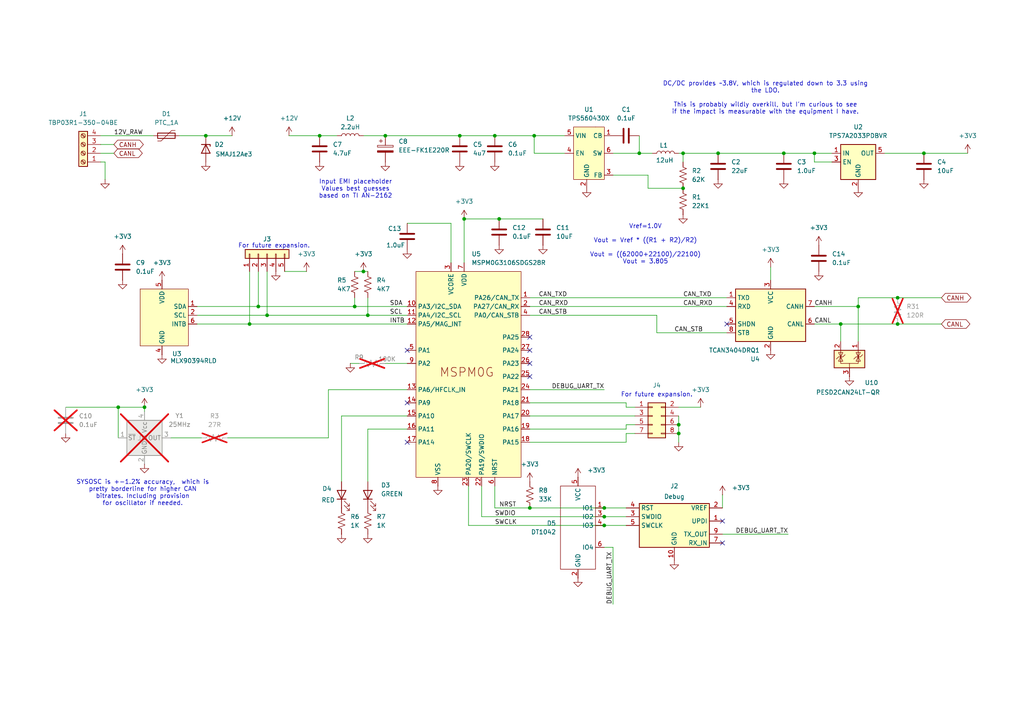
<source format=kicad_sch>
(kicad_sch (version 20250114) (generator "eeschema") (generator_version "9.0")
  (paper "A4")
  (text "SYSOSC is +-1.2% accuracy,  which is\npretty borderline for higher CAN\nbitrates. Including provision\nfor oscillator if needed." (at 41.402 143.002 0) (effects (font (size 1.27 1.27))))
  (text "DC/DC provides ~3.8V, which is regulated down to 3.3 using\nthe LDO.\n\nThis is probably wildly overkill, but I'm curious to see\nif the impact is measurable with the equipment I have." (at 221.996 28.448 0) (effects (font (size 1.27 1.27))))
  (text "Input EMI placeholder\nValues best guesses\nbased on TI AN-2162" (at 103.124 54.864 0) (effects (font (size 1.27 1.27))))
  (text "For future expansion." (at 79.502 71.374 0) (effects (font (size 1.27 1.27))))
  (text "Vref=1.0V\n\nVout = Vref * ((R1 + R2)/R2)\n\nVout = ((62000+22100)/22100)\nVout = 3.805" (at 187.198 70.866 0) (effects (font (size 1.27 1.27))))
  (text "For future expansion." (at 190.5 114.554 0) (effects (font (size 1.27 1.27))))
  (junction (at 260.35 93.98))
  (junction (at 134.62 63.5))
  (junction (at 111.76 39.37))
  (junction (at 227.33 44.45))
  (junction (at 105.41 78.74))
  (junction (at 260.35 86.36))
  (junction (at 175.26 152.4))
  (junction (at 198.12 54.61))
  (junction (at 154.94 39.37))
  (junction (at 153.67 147.32))
  (junction (at 72.39 93.98))
  (junction (at 143.51 39.37))
  (junction (at 175.26 147.32))
  (junction (at 198.12 44.45))
  (junction (at 41.91 118.11))
  (junction (at 208.28 44.45))
  (junction (at 106.68 91.44))
  (junction (at 34.29 118.11))
  (junction (at 196.85 125.73))
  (junction (at 144.78 63.5))
  (junction (at 243.84 93.98))
  (junction (at 77.47 91.44))
  (junction (at 248.92 88.9))
  (junction (at 185.42 44.45))
  (junction (at 175.26 149.86))
  (junction (at 92.71 39.37))
  (junction (at 236.22 44.45))
  (junction (at 74.93 88.9))
  (junction (at 133.35 39.37))
  (junction (at 102.87 88.9))
  (junction (at 267.97 44.45))
  (junction (at 59.69 39.37))
  (junction (at 196.85 123.19))
  (no_connect (at 153.67 101.6))
  (no_connect (at 153.67 109.22))
  (no_connect (at 210.82 93.98))
  (no_connect (at 118.11 101.6))
  (no_connect (at 209.55 157.48))
  (no_connect (at 153.67 97.79))
  (no_connect (at 153.67 105.41))
  (no_connect (at 118.11 128.27))
  (no_connect (at 118.11 116.84))
  (no_connect (at 209.55 151.13))
  (wire (pts (xy 153.67 88.9) (xy 210.82 88.9)))
  (wire (pts (xy 203.2 118.11) (xy 196.85 118.11)))
  (wire (pts (xy 95.25 113.03) (xy 118.11 113.03)))
  (wire (pts (xy 105.41 78.74) (xy 106.68 78.74)))
  (wire (pts (xy 236.22 46.99) (xy 236.22 44.45)))
  (wire (pts (xy 95.25 127) (xy 95.25 113.03)))
  (wire (pts (xy 153.67 128.27) (xy 181.61 128.27)))
  (wire (pts (xy 248.92 86.36) (xy 248.92 88.9)))
  (wire (pts (xy 185.42 39.37) (xy 185.42 44.45)))
  (wire (pts (xy 243.84 93.98) (xy 243.84 99.06)))
  (wire (pts (xy 118.11 124.46) (xy 106.68 124.46)))
  (wire (pts (xy 175.26 149.86) (xy 181.61 149.86)))
  (wire (pts (xy 106.68 86.36) (xy 106.68 91.44)))
  (wire (pts (xy 30.48 46.99) (xy 29.21 46.99)))
  (wire (pts (xy 153.67 124.46) (xy 181.61 124.46)))
  (wire (pts (xy 83.82 39.37) (xy 92.71 39.37)))
  (wire (pts (xy 198.12 44.45) (xy 196.85 44.45)))
  (wire (pts (xy 30.48 52.07) (xy 30.48 46.99)))
  (wire (pts (xy 196.85 123.19) (xy 196.85 125.73)))
  (wire (pts (xy 181.61 116.84) (xy 153.67 116.84)))
  (wire (pts (xy 118.11 120.65) (xy 99.06 120.65)))
  (wire (pts (xy 243.84 93.98) (xy 260.35 93.98)))
  (wire (pts (xy 177.8 50.8) (xy 187.96 50.8)))
  (wire (pts (xy 189.23 44.45) (xy 185.42 44.45)))
  (wire (pts (xy 19.05 118.11) (xy 34.29 118.11)))
  (wire (pts (xy 88.9 78.74) (xy 82.55 78.74)))
  (wire (pts (xy 72.39 78.74) (xy 72.39 93.98)))
  (wire (pts (xy 130.81 76.2) (xy 130.81 64.77)))
  (wire (pts (xy 130.81 64.77) (xy 118.11 64.77)))
  (wire (pts (xy 175.26 152.4) (xy 181.61 152.4)))
  (wire (pts (xy 34.29 127) (xy 34.29 118.11)))
  (wire (pts (xy 198.12 44.45) (xy 208.28 44.45)))
  (wire (pts (xy 102.87 88.9) (xy 118.11 88.9)))
  (wire (pts (xy 177.8 158.75) (xy 175.26 158.75)))
  (wire (pts (xy 236.22 88.9) (xy 248.92 88.9)))
  (wire (pts (xy 181.61 118.11) (xy 181.61 116.84)))
  (wire (pts (xy 106.68 91.44) (xy 118.11 91.44)))
  (wire (pts (xy 175.26 147.32) (xy 181.61 147.32)))
  (wire (pts (xy 111.76 39.37) (xy 133.35 39.37)))
  (wire (pts (xy 236.22 46.99) (xy 241.3 46.99)))
  (wire (pts (xy 139.7 140.97) (xy 139.7 149.86)))
  (wire (pts (xy 181.61 125.73) (xy 184.15 125.73)))
  (wire (pts (xy 177.8 175.26) (xy 177.8 158.75)))
  (wire (pts (xy 133.35 39.37) (xy 143.51 39.37)))
  (wire (pts (xy 135.89 140.97) (xy 135.89 152.4)))
  (wire (pts (xy 139.7 149.86) (xy 175.26 149.86)))
  (wire (pts (xy 196.85 125.73) (xy 196.85 128.27)))
  (wire (pts (xy 196.85 120.65) (xy 196.85 123.19)))
  (wire (pts (xy 34.29 118.11) (xy 41.91 118.11)))
  (wire (pts (xy 106.68 124.46) (xy 106.68 139.7)))
  (wire (pts (xy 153.67 91.44) (xy 190.5 91.44)))
  (wire (pts (xy 33.02 44.45) (xy 29.21 44.45)))
  (wire (pts (xy 135.89 152.4) (xy 175.26 152.4)))
  (wire (pts (xy 185.42 44.45) (xy 177.8 44.45)))
  (wire (pts (xy 102.87 86.36) (xy 102.87 88.9)))
  (wire (pts (xy 163.83 44.45) (xy 154.94 44.45)))
  (wire (pts (xy 227.33 44.45) (xy 236.22 44.45)))
  (wire (pts (xy 143.51 140.97) (xy 143.51 147.32)))
  (wire (pts (xy 67.31 39.37) (xy 59.69 39.37)))
  (wire (pts (xy 77.47 91.44) (xy 106.68 91.44)))
  (wire (pts (xy 134.62 76.2) (xy 134.62 63.5)))
  (wire (pts (xy 181.61 123.19) (xy 184.15 123.19)))
  (wire (pts (xy 52.07 39.37) (xy 59.69 39.37)))
  (wire (pts (xy 29.21 39.37) (xy 44.45 39.37)))
  (wire (pts (xy 248.92 86.36) (xy 260.35 86.36)))
  (wire (pts (xy 267.97 44.45) (xy 280.67 44.45)))
  (wire (pts (xy 198.12 46.99) (xy 198.12 44.45)))
  (wire (pts (xy 208.28 44.45) (xy 227.33 44.45)))
  (wire (pts (xy 256.54 44.45) (xy 267.97 44.45)))
  (wire (pts (xy 187.96 54.61) (xy 198.12 54.61)))
  (wire (pts (xy 187.96 50.8) (xy 187.96 54.61)))
  (wire (pts (xy 143.51 147.32) (xy 153.67 147.32)))
  (wire (pts (xy 154.94 39.37) (xy 163.83 39.37)))
  (wire (pts (xy 57.15 91.44) (xy 77.47 91.44)))
  (wire (pts (xy 41.91 118.11) (xy 41.91 119.38)))
  (wire (pts (xy 223.52 77.47) (xy 223.52 81.28)))
  (wire (pts (xy 181.61 124.46) (xy 181.61 123.19)))
  (wire (pts (xy 92.71 39.37) (xy 97.79 39.37)))
  (wire (pts (xy 260.35 86.36) (xy 273.05 86.36)))
  (wire (pts (xy 153.67 147.32) (xy 175.26 147.32)))
  (wire (pts (xy 154.94 44.45) (xy 154.94 39.37)))
  (wire (pts (xy 190.5 91.44) (xy 190.5 96.52)))
  (wire (pts (xy 181.61 118.11) (xy 184.15 118.11)))
  (wire (pts (xy 105.41 78.74) (xy 102.87 78.74)))
  (wire (pts (xy 190.5 96.52) (xy 210.82 96.52)))
  (wire (pts (xy 153.67 113.03) (xy 175.26 113.03)))
  (wire (pts (xy 236.22 44.45) (xy 241.3 44.45)))
  (wire (pts (xy 101.6 105.41) (xy 104.14 105.41)))
  (wire (pts (xy 143.51 39.37) (xy 154.94 39.37)))
  (wire (pts (xy 248.92 88.9) (xy 248.92 99.06)))
  (wire (pts (xy 153.67 86.36) (xy 210.82 86.36)))
  (wire (pts (xy 236.22 93.98) (xy 243.84 93.98)))
  (wire (pts (xy 33.02 41.91) (xy 29.21 41.91)))
  (wire (pts (xy 228.6 154.94) (xy 209.55 154.94)))
  (wire (pts (xy 209.55 143.51) (xy 209.55 147.32)))
  (wire (pts (xy 57.15 93.98) (xy 72.39 93.98)))
  (wire (pts (xy 74.93 78.74) (xy 74.93 88.9)))
  (wire (pts (xy 181.61 128.27) (xy 181.61 125.73)))
  (wire (pts (xy 99.06 120.65) (xy 99.06 139.7)))
  (wire (pts (xy 49.53 127) (xy 58.42 127)))
  (wire (pts (xy 144.78 63.5) (xy 157.48 63.5)))
  (wire (pts (xy 66.04 127) (xy 95.25 127)))
  (wire (pts (xy 111.76 39.37) (xy 105.41 39.37)))
  (wire (pts (xy 77.47 78.74) (xy 77.47 91.44)))
  (wire (pts (xy 74.93 88.9) (xy 102.87 88.9)))
  (wire (pts (xy 57.15 88.9) (xy 74.93 88.9)))
  (wire (pts (xy 72.39 93.98) (xy 118.11 93.98)))
  (wire (pts (xy 134.62 63.5) (xy 144.78 63.5)))
  (wire (pts (xy 111.76 105.41) (xy 118.11 105.41)))
  (wire (pts (xy 153.67 120.65) (xy 184.15 120.65)))
  (wire (pts (xy 260.35 93.98) (xy 273.05 93.98)))
  (label "CAN_RXD" (at 156.21 88.9 0))
  (label "CANH" (at 236.22 88.9 0))
  (label "DEBUG_UART_TX" (at 228.6 154.94 180))
  (label "INTB" (at 113.03 93.98 0))
  (label "CAN_STB" (at 156.21 91.44 0))
  (label "SWCLK" (at 143.51 152.4 0))
  (label "CAN_TXD" (at 198.12 86.36 0))
  (label "SDA" (at 113.03 88.9 0))
  (label "CAN_RXD" (at 198.12 88.9 0))
  (label "NRST" (at 144.78 147.32 0))
  (label "SCL" (at 113.03 91.44 0))
  (label "12V_RAW" (at 33.02 39.37 0))
  (label "SWDIO" (at 143.51 149.86 0))
  (label "CANL" (at 236.22 93.98 0))
  (label "CAN_STB" (at 195.58 96.52 0))
  (label "CAN_TXD" (at 156.21 86.36 0))
  (label "DEBUG_UART_TX" (at 175.26 113.03 180))
  (label "DEBUG_UART_TX" (at 177.8 175.26 90))
  (global_label "CANH" (shape bidirectional) (at 33.02 41.91 0) (property "Intersheetrefs" "${INTERSHEET_REFS}" (effects (hide yes))))
  (global_label "CANL" (shape bidirectional) (at 33.02 44.45 0) (property "Intersheetrefs" "${INTERSHEET_REFS}" (effects (hide yes))))
  (global_label "CANL" (shape bidirectional) (at 273.05 93.98 0) (property "Intersheetrefs" "${INTERSHEET_REFS}" (effects (hide yes))))
  (global_label "CANH" (shape bidirectional) (at 273.05 86.36 0) (property "Intersheetrefs" "${INTERSHEET_REFS}" (effects (hide yes))))
  (symbol (lib_id "power:GND") (at 246.38 109.22 0) (mirror y) (unit 1)
    (property "Reference" "#PWR038" (effects (hide yes)))
    (property "Value" "GND" (effects (hide yes)))
    (property "Description" "Power symbol creates a global label with name \"GND\" , ground" (effects (hide yes)))
  )
  (symbol (lib_id "AA_Inventree:SENS-MAG-I2C") (at 46.99 99.06 0) (mirror y) (unit 1)
    (property "Reference" "U3" (at 51.308 102.616 0))
    (property "Value" "MLX90394RLD" (at 56.134 104.648 0))
    (property "Footprint" "Personal:UTDFN-6-1EP_2x1.5mm_P0.5mm_EP0.8x0.8mm" (effects (hide yes)))
    (property "InvenTree" "226" (effects (hide yes)))
    (property "Part URL" "http://inventree.home.svcs.alexroth.me/part/226/" (effects (hide yes)))
    (property "IPN" "SENS-MAG-I2C" (effects (hide yes)))
  )
  (symbol (lib_id "AA_Inventree:LED-0805-RED") (at 99.06 143.51 90) (unit 1)
    (property "Reference" "D4" (at 93.472 141.732 90) (effects (justify right)))
    (property "Value" "RED" (at 93.218 145.034 90) (effects (justify right)))
    (property "Footprint" "LED_SMD:LED_0805_2012Metric_Pad1.15x1.40mm_HandSolder" (effects (hide yes)))
    (property "Sim.Pins" "1=K 2=A" (effects (hide yes)))
    (property "InvenTree" "49" (effects (hide yes)))
    (property "Part URL" "http://inventree.home.svcs.alexroth.me/part/49/" (effects (hide yes)))
    (property "IPN" "LED-0805-RED" (effects (hide yes)))
  )
  (symbol (lib_id "power:GND") (at 92.71 46.99 0) (unit 1)
    (property "Reference" "#PWR010" (effects (hide yes)))
    (property "Value" "GND" (effects (hide yes)))
    (property "Description" "Power symbol creates a global label with name \"GND\" , ground" (effects (hide yes)))
  )
  (symbol (lib_id "power:+12V") (at 67.31 39.37 0) (unit 1)
    (property "Reference" "#PWR01" (effects (hide yes)))
    (property "Value" "+12V" (at 67.31 34.29 0))
    (property "Description" "Power symbol creates a global label with name \"+12V\"" (effects (hide yes)))
  )
  (symbol (lib_id "AA_Inventree:CAP-0805-22uF") (at 208.28 48.26 0) (unit 1)
    (property "Reference" "C2" (at 212.09 46.9899 0) (effects (justify left)))
    (property "Value" "22uF" (at 212.09 49.5299 0) (effects (justify left)))
    (property "Footprint" "Capacitor_SMD:C_0805_2012Metric_Pad1.18x1.45mm_HandSolder" (effects (hide yes)))
    (property "InvenTree" "20" (effects (hide yes)))
    (property "Part URL" "http://inventree.home.svcs.alexroth.me/part/20/" (effects (hide yes)))
    (property "IPN" "CAP-0805-22uF" (effects (hide yes)))
  )
  (symbol (lib_id "AA_Inventree:CAP-0805-0.1uF") (at 35.56 77.47 0) (unit 1)
    (property "Reference" "C9" (at 39.37 76.1999 0) (effects (justify left)))
    (property "Value" "0.1uF" (at 39.37 78.7399 0) (effects (justify left)))
    (property "Footprint" "Capacitor_SMD:C_0805_2012Metric_Pad1.18x1.45mm_HandSolder" (effects (hide yes)))
    (property "InvenTree" "42" (effects (hide yes)))
    (property "Part URL" "http://inventree.home.svcs.alexroth.me/part/42/" (effects (hide yes)))
    (property "IPN" "CAP-0805-0.1uF" (effects (hide yes)))
  )
  (symbol (lib_id "power:GND") (at 144.78 71.12 0) (mirror y) (unit 1)
    (property "Reference" "#PWR034" (effects (hide yes)))
    (property "Value" "GND" (effects (hide yes)))
    (property "Description" "Power symbol creates a global label with name \"GND\" , ground" (effects (hide yes)))
  )
  (symbol (lib_id "power:GND") (at 99.06 154.94 0) (unit 1)
    (property "Reference" "#PWR024" (effects (hide yes)))
    (property "Value" "GND" (effects (hide yes)))
    (property "Description" "Power symbol creates a global label with name \"GND\" , ground" (effects (hide yes)))
  )
  (symbol (lib_id "power:GND") (at 143.51 46.99 0) (unit 1)
    (property "Reference" "#PWR013" (effects (hide yes)))
    (property "Value" "GND" (effects (hide yes)))
    (property "Description" "Power symbol creates a global label with name \"GND\" , ground" (effects (hide yes)))
  )
  (symbol (lib_id "power:GND") (at 59.69 46.99 0) (unit 1)
    (property "Reference" "#PWR09" (effects (hide yes)))
    (property "Value" "GND" (effects (hide yes)))
    (property "Description" "Power symbol creates a global label with name \"GND\" , ground" (effects (hide yes)))
  )
  (symbol (lib_id "AA_Inventree:UC-MSPM0G3106-28PIN") (at 133.35 109.22 0) (unit 1)
    (property "Reference" "U5" (at 136.7633 73.66 0) (effects (justify left)))
    (property "Value" "MSPM0G3106SDGS28R" (at 136.7633 76.2 0) (effects (justify left)))
    (property "Footprint" "Personal:VSSOP-28_3x7.1mm_P0.5mm" (effects (hide yes)))
    (property "InvenTree" "221" (effects (hide yes)))
    (property "Part URL" "http://inventree.home.svcs.alexroth.me/part/221/" (effects (hide yes)))
    (property "IPN" "UC-MSPM0G3106-28PIN" (effects (hide yes)))
  )
  (symbol (lib_id "power:GND") (at 127 140.97 0) (unit 1)
    (property "Reference" "#PWR026" (effects (hide yes)))
    (property "Value" "GND" (effects (hide yes)))
    (property "Description" "Power symbol creates a global label with name \"GND\" , ground" (effects (hide yes)))
  )
  (symbol (lib_id "power:+3V3") (at 134.62 63.5 0) (mirror y) (unit 1)
    (property "Reference" "#PWR032" (effects (hide yes)))
    (property "Value" "+3V3" (at 134.62 58.42 0))
    (property "Description" "Power symbol creates a global label with name \"+3V3\"" (effects (hide yes)))
  )
  (symbol (lib_id "AA_Inventree:REG-BUCK-TPS56043X") (at 171.45 44.45 0) (unit 1)
    (property "Reference" "U1" (at 170.815 31.75 0))
    (property "Value" "TPS560430X" (at 170.815 34.29 0))
    (property "Footprint" "Package_TO_SOT_SMD:SOT-23-6" (effects (hide yes)))
    (property "InvenTree" "136" (effects (hide yes)))
    (property "Part URL" "http://inventree.home.svcs.alexroth.me/part/136/" (effects (hide yes)))
    (property "IPN" "REG-BUCK-TPS56043X" (effects (hide yes)))
  )
  (symbol (lib_id "AA_Inventree:CPR-PTC-1A") (at 48.26 39.37 90) (unit 1)
    (property "Reference" "D1" (at 48.26 33.02 90))
    (property "Value" "PTC_1A" (at 48.26 35.56 90))
    (property "Footprint" "Personal:Fuse_1812" (effects (hide yes)))
    (property "InvenTree" "143" (effects (hide yes)))
    (property "Part URL" "http://inventree.home.svcs.alexroth.me/part/143/" (effects (hide yes)))
    (property "IPN" "CPR-PTC-1A" (effects (hide yes)))
  )
  (symbol (lib_id "power:GND") (at 195.58 162.56 0) (unit 1)
    (property "Reference" "#PWR031" (effects (hide yes)))
    (property "Value" "GND" (effects (hide yes)))
    (property "Description" "Power symbol creates a global label with name \"GND\" , ground" (effects (hide yes)))
  )
  (symbol (lib_id "power:GND") (at 41.91 134.62 0) (unit 1)
    (property "Reference" "#PWR021" (effects (hide yes)))
    (property "Value" "GND" (effects (hide yes)))
    (property "Description" "Power symbol creates a global label with name \"GND\" , ground" (effects (hide yes)))
  )
  (symbol (lib_id "power:GND") (at 19.05 125.73 0) (unit 1)
    (property "Reference" "#PWR022" (effects (hide yes)))
    (property "Value" "GND" (effects (hide yes)))
    (property "Description" "Power symbol creates a global label with name \"GND\" , ground" (effects (hide yes)))
  )
  (symbol (lib_id "AA_Inventree:RES-0805-22K1") (at 198.12 58.42 0) (unit 1)
    (property "Reference" "R1" (at 200.66 57.1499 0) (effects (justify left)))
    (property "Value" "22K1" (at 200.66 59.6899 0) (effects (justify left)))
    (property "Footprint" "Resistor_SMD:R_0805_2012Metric_Pad1.20x1.40mm_HandSolder" (effects (hide yes)))
    (property "InvenTree" "148" (effects (hide yes)))
    (property "Part URL" "http://inventree.home.svcs.alexroth.me/part/148/" (effects (hide yes)))
    (property "IPN" "RES-0805-22K1" (effects (hide yes)))
  )
  (symbol (lib_id "AA_Inventree:CAP-0805-10uF") (at 267.97 48.26 0) (unit 1)
    (property "Reference" "C4" (at 271.78 46.9899 0) (effects (justify left)))
    (property "Value" "10uF" (at 271.78 49.5299 0) (effects (justify left)))
    (property "Footprint" "Capacitor_SMD:C_0805_2012Metric_Pad1.18x1.45mm_HandSolder" (effects (hide yes)))
    (property "InvenTree" "44" (effects (hide yes)))
    (property "Part URL" "http://inventree.home.svcs.alexroth.me/part/44/" (effects (hide yes)))
    (property "IPN" "CAP-0805-10uF" (effects (hide yes)))
  )
  (symbol (lib_id "power:GND") (at 106.68 154.94 0) (unit 1)
    (property "Reference" "#PWR025" (effects (hide yes)))
    (property "Value" "GND" (effects (hide yes)))
    (property "Description" "Power symbol creates a global label with name \"GND\" , ground" (effects (hide yes)))
  )
  (symbol (lib_id "AA_Inventree:CPR-TVS-UNI-12V") (at 59.69 43.18 270) (unit 1)
    (property "Reference" "D2" (at 62.23 41.9099 90) (effects (justify left)))
    (property "Value" "SMAJ12Ae3" (at 62.484 44.704 90) (effects (justify left)))
    (property "Footprint" "Diode_SMD:D_SMA" (effects (hide yes)))
    (property "Datasheet" "http://www.vishay.com/docs/85790/zpy3v9.pdf" (effects (hide yes)))
    (property "Description" "1300mW Zener Diode, DO-41" (effects (hide yes)))
    (property "InvenTree" "155" (effects (hide yes)))
    (property "Part URL" "http://inventree.home.svcs.alexroth.me/part/155/" (effects (hide yes)))
    (property "IPN" "CPR-TVS-UNI-12V" (effects (hide yes)))
  )
  (symbol (lib_id "AA_Inventree:CAP-0805-0.1uF") (at 144.78 67.31 0) (unit 1)
    (property "Reference" "C12" (at 148.59 66.0399 0) (effects (justify left)))
    (property "Value" "0.1uF" (at 148.59 68.5799 0) (effects (justify left)))
    (property "Footprint" "Capacitor_SMD:C_0805_2012Metric_Pad1.18x1.45mm_HandSolder" (effects (hide yes)))
    (property "InvenTree" "42" (effects (hide yes)))
    (property "Part URL" "http://inventree.home.svcs.alexroth.me/part/42/" (effects (hide yes)))
    (property "IPN" "CAP-0805-0.1uF" (effects (hide yes)))
  )
  (symbol (lib_id "AA_Inventree:CAP-0805-10uF") (at 157.48 67.31 0) (unit 1)
    (property "Reference" "C11" (at 161.29 66.0399 0) (effects (justify left)))
    (property "Value" "10uF" (at 161.29 68.5799 0) (effects (justify left)))
    (property "Footprint" "Capacitor_SMD:C_0805_2012Metric_Pad1.18x1.45mm_HandSolder" (effects (hide yes)))
    (property "InvenTree" "44" (effects (hide yes)))
    (property "Part URL" "http://inventree.home.svcs.alexroth.me/part/44/" (effects (hide yes)))
    (property "IPN" "CAP-0805-10uF" (effects (hide yes)))
  )
  (symbol (lib_id "power:+3V3") (at 41.91 118.11 0) (unit 1)
    (property "Reference" "#PWR020" (effects (hide yes)))
    (property "Value" "+3V3" (at 41.91 113.03 0))
    (property "Description" "Power symbol creates a global label with name \"+3V3\"" (effects (hide yes)))
  )
  (symbol (lib_id "power:GND") (at 133.35 46.99 0) (unit 1)
    (property "Reference" "#PWR014" (effects (hide yes)))
    (property "Value" "GND" (effects (hide yes)))
    (property "Description" "Power symbol creates a global label with name \"GND\" , ground" (effects (hide yes)))
  )
  (symbol (lib_id "power:+3V3") (at 153.67 139.7 0) (mirror y) (unit 1)
    (property "Reference" "#PWR028" (effects (hide yes)))
    (property "Value" "+3V3" (at 153.67 134.62 0))
    (property "Description" "Power symbol creates a global label with name \"+3V3\"" (effects (hide yes)))
  )
  (symbol (lib_id "power:+3V3") (at 105.41 78.74 0) (unit 1)
    (property "Reference" "#PWR023" (effects (hide yes)))
    (property "Value" "+3V3" (at 105.41 73.66 0))
    (property "Description" "Power symbol creates a global label with name \"+3V3\"" (effects (hide yes)))
  )
  (symbol (lib_id "power:GND") (at 118.11 72.39 0) (mirror y) (unit 1)
    (property "Reference" "#PWR035" (effects (hide yes)))
    (property "Value" "GND" (effects (hide yes)))
    (property "Description" "Power symbol creates a global label with name \"GND\" , ground" (effects (hide yes)))
  )
  (symbol (lib_id "AA_Inventree:CAP-0805-0.1uF") (at 19.05 121.92 0) (unit 1) (dnp yes)
    (property "Reference" "C10" (at 22.86 120.6499 0) (effects (justify left)))
    (property "Value" "0.1uF" (at 22.86 123.1899 0) (effects (justify left)))
    (property "Footprint" "Capacitor_SMD:C_0805_2012Metric_Pad1.18x1.45mm_HandSolder" (effects (hide yes)))
    (property "InvenTree" "42" (effects (hide yes)))
    (property "Part URL" "http://inventree.home.svcs.alexroth.me/part/42/" (effects (hide yes)))
    (property "IPN" "CAP-0805-0.1uF" (effects (hide yes)))
  )
  (symbol (lib_id "AA_Inventree:RES-0805-62K") (at 198.12 50.8 0) (unit 1)
    (property "Reference" "R2" (at 200.66 49.5299 0) (effects (justify left)))
    (property "Value" "62K" (at 200.66 52.0699 0) (effects (justify left)))
    (property "Footprint" "Resistor_SMD:R_0805_2012Metric_Pad1.20x1.40mm_HandSolder" (effects (hide yes)))
    (property "InvenTree" "238" (effects (hide yes)))
    (property "Part URL" "http://inventree.home.svcs.alexroth.me/part/238/" (effects (hide yes)))
    (property "IPN" "RES-0805-62K" (effects (hide yes)))
  )
  (symbol (lib_id "AA_Inventree:PREG-LDO-3V3") (at 248.92 46.99 0) (unit 1)
    (property "Reference" "U2" (at 248.92 36.83 0))
    (property "Value" "TPS7A2033PDBVR" (at 248.92 39.37 0))
    (property "Footprint" "Package_TO_SOT_SMD:SOT-23-5" (effects (hide yes)))
    (property "InvenTree" "138" (effects (hide yes)))
    (property "Part URL" "http://inventree.home.svcs.alexroth.me/part/138/" (effects (hide yes)))
    (property "IPN" "PREG-LDO-3V3" (effects (hide yes)))
  )
  (symbol (lib_id "power:+12V") (at 83.82 39.37 0) (unit 1)
    (property "Reference" "#PWR012" (effects (hide yes)))
    (property "Value" "+12V" (at 83.82 34.29 0))
    (property "Description" "Power symbol creates a global label with name \"+12V\"" (effects (hide yes)))
  )
  (symbol (lib_id "power:GND") (at 227.33 52.07 0) (unit 1)
    (property "Reference" "#PWR04" (effects (hide yes)))
    (property "Value" "GND" (effects (hide yes)))
    (property "Description" "Power symbol creates a global label with name \"GND\" , ground" (effects (hide yes)))
  )
  (symbol (lib_id "power:+3V3") (at 237.49 71.12 0) (mirror y) (unit 1)
    (property "Reference" "#PWR042" (effects (hide yes)))
    (property "Value" "+3V3" (at 237.49 66.04 0))
    (property "Description" "Power symbol creates a global label with name \"+3V3\"" (effects (hide yes)))
  )
  (symbol (lib_id "AA_Inventree:OSC-25MHz-SMD") (at 41.91 127 0) (unit 1) (dnp yes)
    (property "Reference" "Y1" (at 52.07 120.5798 0))
    (property "Value" "25MHz" (at 52.07 123.1198 0))
    (property "Footprint" "Oscillator:Oscillator_SMD_SeikoEpson_SG210-4Pin_2.5x2.0mm" (effects (hide yes)))
    (property "InvenTree" "95" (effects (hide yes)))
    (property "Part URL" "http://inventree.home.svcs.alexroth.me/part/95/" (effects (hide yes)))
    (property "IPN" "OSC-25MHz-SMD" (effects (hide yes)))
  )
  (symbol (lib_id "AA_Inventree:CPR-TVS-UNI-4CH") (at 167.64 153.67 0) (unit 1)
    (property "Reference" "D5" (at 161.29 151.7649 0) (effects (justify right)))
    (property "Value" "DT1042" (at 161.29 154.3049 0) (effects (justify right)))
    (property "Footprint" "Personal:SOT-26" (effects (hide yes)))
    (property "InvenTree" "39" (effects (hide yes)))
    (property "Part URL" "http://inventree.home.svcs.alexroth.me/part/39/" (effects (hide yes)))
    (property "IPN" "CPR-TVS-UNI-4CH" (effects (hide yes)))
  )
  (symbol (lib_id "power:GND") (at 196.85 128.27 0) (mirror y) (unit 1)
    (property "Reference" "#PWR045" (effects (hide yes)))
    (property "Value" "GND" (effects (hide yes)))
    (property "Description" "Power symbol creates a global label with name \"GND\" , ground" (effects (hide yes)))
  )
  (symbol (lib_id "power:+3V3") (at 280.67 44.45 0) (unit 1)
    (property "Reference" "#PWR07" (effects (hide yes)))
    (property "Value" "+3V3" (at 280.67 39.37 0))
    (property "Description" "Power symbol creates a global label with name \"+3V3\"" (effects (hide yes)))
  )
  (symbol (lib_id "power:GND") (at 157.48 71.12 0) (mirror y) (unit 1)
    (property "Reference" "#PWR033" (effects (hide yes)))
    (property "Value" "GND" (effects (hide yes)))
    (property "Description" "Power symbol creates a global label with name \"GND\" , ground" (effects (hide yes)))
  )
  (symbol (lib_id "power:+3V3") (at 35.56 73.66 0) (unit 1)
    (property "Reference" "#PWR016" (effects (hide yes)))
    (property "Value" "+3V3" (at 35.56 68.58 0))
    (property "Description" "Power symbol creates a global label with name \"+3V3\"" (effects (hide yes)))
  )
  (symbol (lib_id "AA_Inventree:CAP-0805-0.1uF") (at 143.51 43.18 0) (unit 1)
    (property "Reference" "C6" (at 147.32 41.9099 0) (effects (justify left)))
    (property "Value" "0.1uF" (at 147.32 44.4499 0) (effects (justify left)))
    (property "Footprint" "Capacitor_SMD:C_0805_2012Metric_Pad1.18x1.45mm_HandSolder" (effects (hide yes)))
    (property "InvenTree" "42" (effects (hide yes)))
    (property "Part URL" "http://inventree.home.svcs.alexroth.me/part/42/" (effects (hide yes)))
    (property "IPN" "CAP-0805-0.1uF" (effects (hide yes)))
  )
  (symbol (lib_id "AA_Inventree:RES-0805-1K") (at 106.68 151.13 0) (unit 1)
    (property "Reference" "R7" (at 109.22 149.8599 0) (effects (justify left)))
    (property "Value" "1K" (at 109.22 152.3999 0) (effects (justify left)))
    (property "Footprint" "Resistor_SMD:R_0805_2012Metric_Pad1.20x1.40mm_HandSolder" (effects (hide yes)))
    (property "InvenTree" "15" (effects (hide yes)))
    (property "Part URL" "http://inventree.home.svcs.alexroth.me/part/15/" (effects (hide yes)))
    (property "IPN" "RES-0805-1K" (effects (hide yes)))
  )
  (symbol (lib_id "power:+3V3") (at 46.99 81.28 0) (mirror y) (unit 1)
    (property "Reference" "#PWR018" (effects (hide yes)))
    (property "Value" "+3V3" (at 46.99 76.2 0))
    (property "Description" "Power symbol creates a global label with name \"+3V3\"" (effects (hide yes)))
  )
  (symbol (lib_id "AA_Inventree:IND-12uH") (at 193.04 44.45 90) (unit 1)
    (property "Reference" "L1" (at 192.532 42.164 90))
    (property "Value" "12uH" (at 192.786 46.482 90))
    (property "Footprint" "Personal:Bourns_SRR6038" (effects (hide yes)))
    (property "InvenTree" "231" (effects (hide yes)))
    (property "Part URL" "http://inventree.home.svcs.alexroth.me/part/231/" (effects (hide yes)))
    (property "IPN" "IND-12uH" (effects (hide yes)))
  )
  (symbol (lib_id "power:GND") (at 237.49 78.74 0) (mirror y) (unit 1)
    (property "Reference" "#PWR040" (effects (hide yes)))
    (property "Value" "GND" (effects (hide yes)))
    (property "Description" "Power symbol creates a global label with name \"GND\" , ground" (effects (hide yes)))
  )
  (symbol (lib_id "power:GND") (at 208.28 52.07 0) (unit 1)
    (property "Reference" "#PWR02" (effects (hide yes)))
    (property "Value" "GND" (effects (hide yes)))
    (property "Description" "Power symbol creates a global label with name \"GND\" , ground" (effects (hide yes)))
  )
  (symbol (lib_id "AA_Inventree:RES-0805-1K") (at 99.06 151.13 0) (unit 1)
    (property "Reference" "R6" (at 101.6 149.8599 0) (effects (justify left)))
    (property "Value" "1K" (at 101.6 152.3999 0) (effects (justify left)))
    (property "Footprint" "Resistor_SMD:R_0805_2012Metric_Pad1.20x1.40mm_HandSolder" (effects (hide yes)))
    (property "InvenTree" "15" (effects (hide yes)))
    (property "Part URL" "http://inventree.home.svcs.alexroth.me/part/15/" (effects (hide yes)))
    (property "IPN" "RES-0805-1K" (effects (hide yes)))
  )
  (symbol (lib_id "power:GND") (at 170.18 54.61 0) (unit 1)
    (property "Reference" "#PWR03" (effects (hide yes)))
    (property "Value" "GND" (effects (hide yes)))
    (property "Description" "Power symbol creates a global label with name \"GND\" , ground" (effects (hide yes)))
  )
  (symbol (lib_id "AA_Inventree:PRES-0805-100K") (at 107.95 105.41 90) (unit 1) (dnp yes)
    (property "Reference" "R9" (at 104.14 103.632 90))
    (property "Value" "100K" (at 112.268 104.14 90))
    (property "Footprint" "Resistor_SMD:R_0805_2012Metric_Pad1.20x1.40mm_HandSolder" (effects (hide yes)))
    (property "InvenTree" "239" (effects (hide yes)))
    (property "Part URL" "http://inventree.home.svcs.alexroth.me/part/239/" (effects (hide yes)))
    (property "IPN" "PRES-0805-100K" (effects (hide yes)))
  )
  (symbol (lib_id "AA_Inventree:RES-1210-120R") (at 260.35 90.17 0) (unit 1) (dnp yes)
    (property "Reference" "R31" (at 262.89 88.8999 0) (effects (justify left)))
    (property "Value" "120R" (at 262.89 91.4399 0) (effects (justify left)))
    (property "Footprint" "Resistor_SMD:R_1210_3225Metric" (effects (hide yes)))
    (property "InvenTree" "237" (effects (hide yes)))
    (property "Part URL" "http://inventree.home.svcs.alexroth.me/part/237/" (effects (hide yes)))
    (property "IPN" "RES-1210-120R" (effects (hide yes)))
  )
  (symbol (lib_id "power:+3V3") (at 88.9 78.74 0) (mirror y) (unit 1)
    (property "Reference" "#PWR037" (effects (hide yes)))
    (property "Value" "+3V3" (at 88.9 73.66 0))
    (property "Description" "Power symbol creates a global label with name \"+3V3\"" (effects (hide yes)))
  )
  (symbol (lib_id "power:+3V3") (at 209.55 143.51 0) (mirror y) (unit 1)
    (property "Reference" "#PWR027" (effects (hide yes)))
    (property "Value" "+3V3" (at 214.884 141.478 0))
    (property "Description" "Power symbol creates a global label with name \"+3V3\"" (effects (hide yes)))
  )
  (symbol (lib_id "Connector_Generic:Conn_01x05") (at 77.47 73.66 90) (unit 1)
    (property "Reference" "J3" (at 77.47 69.342 90))
    (property "Value" "EXPAND" (effects (hide yes)))
    (property "Footprint" "Connector_PinHeader_2.54mm:PinHeader_1x05_P2.54mm_Vertical" (effects (hide yes)))
    (property "Description" "Generic connector, single row, 01x05, script generated (kicad-library-utils/schlib/autogen/connector/)" (effects (hide yes)))
  )
  (symbol (lib_id "power:GND") (at 267.97 52.07 0) (unit 1)
    (property "Reference" "#PWR05" (effects (hide yes)))
    (property "Value" "GND" (effects (hide yes)))
    (property "Description" "Power symbol creates a global label with name \"GND\" , ground" (effects (hide yes)))
  )
  (symbol (lib_id "AA_Inventree:CAP-0805-1uF-50V") (at 118.11 68.58 0) (unit 1)
    (property "Reference" "C13" (at 112.522 66.294 0) (effects (justify left)))
    (property "Value" "1.0uF" (at 112.014 71.12 0) (effects (justify left)))
    (property "Footprint" "Capacitor_SMD:C_0805_2012Metric_Pad1.18x1.45mm_HandSolder" (effects (hide yes)))
    (property "InvenTree" "202" (effects (hide yes)))
    (property "Part URL" "http://inventree.home.svcs.alexroth.me/part/202/" (effects (hide yes)))
    (property "IPN" "CAP-0805-1uF-50V" (effects (hide yes)))
  )
  (symbol (lib_id "AA_Inventree:CAP-0805-0.1uF") (at 237.49 74.93 0) (unit 1)
    (property "Reference" "C14" (at 241.3 73.6599 0) (effects (justify left)))
    (property "Value" "0.1uF" (at 241.3 76.1999 0) (effects (justify left)))
    (property "Footprint" "Capacitor_SMD:C_0805_2012Metric_Pad1.18x1.45mm_HandSolder" (effects (hide yes)))
    (property "InvenTree" "42" (effects (hide yes)))
    (property "Part URL" "http://inventree.home.svcs.alexroth.me/part/42/" (effects (hide yes)))
    (property "IPN" "CAP-0805-0.1uF" (effects (hide yes)))
  )
  (symbol (lib_id "AA_Inventree:IND-SMD-2.2uH-2A") (at 101.6 39.37 90) (unit 1)
    (property "Reference" "L2" (at 101.6 34.29 90))
    (property "Value" "2.2uH" (at 101.6 36.83 90))
    (property "Footprint" "Inductor_SMD:L_1008_2520Metric" (effects (hide yes)))
    (property "InvenTree" "205" (effects (hide yes)))
    (property "Part URL" "http://inventree.home.svcs.alexroth.me/part/205/" (effects (hide yes)))
    (property "IPN" "IND-SMD-2.2uH-2A" (effects (hide yes)))
  )
  (symbol (lib_id "power:GND") (at 46.99 102.87 0) (mirror y) (unit 1)
    (property "Reference" "#PWR019" (effects (hide yes)))
    (property "Value" "GND" (effects (hide yes)))
    (property "Description" "Power symbol creates a global label with name \"GND\" , ground" (effects (hide yes)))
  )
  (symbol (lib_id "AA_Inventree:CAP-ELEC-20uF") (at 111.76 43.18 0) (unit 1)
    (property "Reference" "C8" (at 115.57 41.0209 0) (effects (justify left)))
    (property "Value" "EEE-FK1E220R" (at 115.57 43.5609 0) (effects (justify left)))
    (property "Footprint" "Capacitor_SMD:CP_Elec_5x5.8" (effects (hide yes)))
    (property "InvenTree" "230" (effects (hide yes)))
    (property "Part URL" "http://inventree.home.svcs.alexroth.me/part/230/" (effects (hide yes)))
    (property "IPN" "CAP-ELEC-20uF" (effects (hide yes)))
  )
  (symbol (lib_id "power:GND") (at 80.01 78.74 0) (mirror y) (unit 1)
    (property "Reference" "#PWR043" (effects (hide yes)))
    (property "Value" "GND" (effects (hide yes)))
    (property "Description" "Power symbol creates a global label with name \"GND\" , ground" (effects (hide yes)))
  )
  (symbol (lib_id "AA_Inventree:CAP-1206-4u7") (at 133.35 43.18 0) (unit 1)
    (property "Reference" "C5" (at 137.16 41.9099 0) (effects (justify left)))
    (property "Value" "4u7" (at 137.16 44.4499 0) (effects (justify left)))
    (property "Footprint" "Capacitor_SMD:C_1206_3216Metric" (effects (hide yes)))
    (property "InvenTree" "147" (effects (hide yes)))
    (property "Part URL" "http://inventree.home.svcs.alexroth.me/part/147/" (effects (hide yes)))
    (property "IPN" "CAP-1206-4u7" (effects (hide yes)))
  )
  (symbol (lib_id "AA_Inventree:CONN-W2B-PLUG-4POS") (at 24.13 44.45 180) (unit 1)
    (property "Reference" "J1" (at 24.13 33.02 0))
    (property "Value" "TBP03R1-350-04BE" (at 24.13 35.56 0))
    (property "Footprint" "Personal:SameSky_TPB03R1-350-04BE" (effects (hide yes)))
    (property "InvenTree" "232" (effects (hide yes)))
    (property "Part URL" "http://inventree.home.svcs.alexroth.me/part/232/" (effects (hide yes)))
    (property "IPN" "CONN-W2B-PLUG-4POS" (effects (hide yes)))
  )
  (symbol (lib_id "power:GND") (at 101.6 105.41 0) (unit 1)
    (property "Reference" "#PWR036" (effects (hide yes)))
    (property "Value" "GND" (effects (hide yes)))
    (property "Description" "Power symbol creates a global label with name \"GND\" , ground" (effects (hide yes)))
  )
  (symbol (lib_id "AA_Inventree:CAP-1206-4.7uF-50V") (at 92.71 43.18 0) (unit 1)
    (property "Reference" "C7" (at 96.52 41.9099 0) (effects (justify left)))
    (property "Value" "4.7uF" (at 96.52 44.4499 0) (effects (justify left)))
    (property "Footprint" "Capacitor_SMD:C_1206_3216Metric" (effects (hide yes)))
    (property "InvenTree" "201" (effects (hide yes)))
    (property "Part URL" "http://inventree.home.svcs.alexroth.me/part/201/" (effects (hide yes)))
    (property "IPN" "CAP-1206-4.7uF-50V" (effects (hide yes)))
  )
  (symbol (lib_id "AA_Inventree:CAP-0805-0.1uF") (at 181.61 39.37 90) (unit 1)
    (property "Reference" "C1" (at 181.61 31.75 90))
    (property "Value" "0.1uF" (at 181.61 34.29 90))
    (property "Footprint" "Capacitor_SMD:C_0805_2012Metric_Pad1.18x1.45mm_HandSolder" (effects (hide yes)))
    (property "InvenTree" "42" (effects (hide yes)))
    (property "Part URL" "http://inventree.home.svcs.alexroth.me/part/42/" (effects (hide yes)))
    (property "IPN" "CAP-0805-0.1uF" (effects (hide yes)))
  )
  (symbol (lib_id "power:+3V3") (at 223.52 77.47 0) (mirror y) (unit 1)
    (property "Reference" "#PWR041" (effects (hide yes)))
    (property "Value" "+3V3" (at 223.52 72.39 0))
    (property "Description" "Power symbol creates a global label with name \"+3V3\"" (effects (hide yes)))
  )
  (symbol (lib_id "AA_Inventree:RES-0603-27R") (at 62.23 127 270) (unit 1) (dnp yes)
    (property "Reference" "R3" (at 62.23 120.65 90))
    (property "Value" "27R" (at 62.23 123.19 90))
    (property "Footprint" "Resistor_SMD:R_0603_1608Metric_Pad0.98x0.95mm_HandSolder" (effects (hide yes)))
    (property "InvenTree" "99" (effects (hide yes)))
    (property "Part URL" "http://inventree.home.svcs.alexroth.me/part/99/" (effects (hide yes)))
    (property "IPN" "RES-0603-27R" (effects (hide yes)))
  )
  (symbol (lib_id "Personal:Debug_Connector") (at 193.04 146.05 0) (unit 1)
    (property "Reference" "J2" (at 195.58 140.97 0))
    (property "Value" "Debug" (at 195.58 144.018 0))
    (property "Footprint" "Connector:Tag-Connect_TC2050-IDC-NL_2x05_P1.27mm_Vertical" (effects (hide yes)))
    (property "Description" "Alex's standardized debug connector, usable as Tag-Connect or via header." (effects (hide yes)))
  )
  (symbol (lib_id "AA_Inventree:ESD-CAN") (at 246.38 104.14 0) (mirror y) (unit 1)
    (property "Reference" "U10" (at 254.762 110.998 0) (effects (justify left)))
    (property "Value" "PESD2CAN24LT-QR" (at 255.27 113.792 0) (effects (justify left)))
    (property "Footprint" "Package_TO_SOT_SMD:SOT-23" (effects (hide yes)))
    (property "InvenTree" "228" (effects (hide yes)))
    (property "Part URL" "http://inventree.home.svcs.alexroth.me/part/228/" (effects (hide yes)))
    (property "IPN" "ESD-CAN" (effects (hide yes)))
  )
  (symbol (lib_id "power:GND") (at 30.48 52.07 0) (unit 1)
    (property "Reference" "#PWR015" (effects (hide yes)))
    (property "Value" "GND" (effects (hide yes)))
    (property "Description" "Power symbol creates a global label with name \"GND\" , ground" (effects (hide yes)))
  )
  (symbol (lib_id "power:+3V3") (at 203.2 118.11 0) (mirror y) (unit 1)
    (property "Reference" "#PWR044" (effects (hide yes)))
    (property "Value" "+3V3" (at 203.2 113.03 0))
    (property "Description" "Power symbol creates a global label with name \"+3V3\"" (effects (hide yes)))
  )
  (symbol (lib_id "AA_Inventree:CAP-0805-1uF-50V") (at 227.33 48.26 0) (unit 1)
    (property "Reference" "C3" (at 231.14 46.9899 0) (effects (justify left)))
    (property "Value" "1.0uF" (at 231.14 49.5299 0) (effects (justify left)))
    (property "Footprint" "Capacitor_SMD:C_0805_2012Metric_Pad1.18x1.45mm_HandSolder" (effects (hide yes)))
    (property "InvenTree" "202" (effects (hide yes)))
    (property "Part URL" "http://inventree.home.svcs.alexroth.me/part/202/" (effects (hide yes)))
    (property "IPN" "CAP-0805-1uF-50V" (effects (hide yes)))
  )
  (symbol (lib_id "Connector_Generic:Conn_02x04_Odd_Even") (at 189.23 120.65 0) (unit 1)
    (property "Reference" "J4" (at 190.5 111.76 0))
    (property "Value" "Conn_02x04_Odd_Even" (effects (hide yes)))
    (property "Footprint" "Connector_PinHeader_2.54mm:PinHeader_2x04_P2.54mm_Vertical" (effects (hide yes)))
    (property "Description" "Generic connector, double row, 02x04, odd/even pin numbering scheme (row 1 odd numbers, row 2 even numbers), script generated (kicad-library-utils/schlib/autogen/connector/)" (effects (hide yes)))
  )
  (symbol (lib_id "power:GND") (at 223.52 101.6 0) (mirror y) (unit 1)
    (property "Reference" "#PWR039" (effects (hide yes)))
    (property "Value" "GND" (effects (hide yes)))
    (property "Description" "Power symbol creates a global label with name \"GND\" , ground" (effects (hide yes)))
  )
  (symbol (lib_id "AA_Inventree:RES-0805-4K7") (at 102.87 82.55 180) (unit 1)
    (property "Reference" "R5" (at 97.79 81.28 0) (effects (justify right)))
    (property "Value" "4K7" (at 97.79 83.82 0) (effects (justify right)))
    (property "Footprint" "Resistor_SMD:R_0805_2012Metric_Pad1.20x1.40mm_HandSolder" (effects (hide yes)))
    (property "InvenTree" "14" (effects (hide yes)))
    (property "Part URL" "http://inventree.home.svcs.alexroth.me/part/14/" (effects (hide yes)))
    (property "IPN" "RES-0805-4K7" (effects (hide yes)))
  )
  (symbol (lib_id "power:GND") (at 167.64 167.64 0) (unit 1)
    (property "Reference" "#PWR030" (effects (hide yes)))
    (property "Value" "GND" (effects (hide yes)))
    (property "Description" "Power symbol creates a global label with name \"GND\" , ground" (effects (hide yes)))
  )
  (symbol (lib_id "AA_Inventree:IC-CAN-XCIEVER") (at 223.52 91.44 0) (unit 1)
    (property "Reference" "U4" (at 220.4019 104.14 0) (effects (justify right)))
    (property "Value" "TCAN3404DRQ1" (at 220.4019 101.6 0) (effects (justify right)))
    (property "Footprint" "Personal:SOIC-8_3.9x4.9mm_P1.27mm" (effects (hide yes)))
    (property "InvenTree" "227" (effects (hide yes)))
    (property "Part URL" "http://inventree.home.svcs.alexroth.me/part/227/" (effects (hide yes)))
    (property "IPN" "IC-CAN-XCIEVER" (effects (hide yes)))
  )
  (symbol (lib_id "AA_Inventree:LED-0805-GREEN") (at 106.68 143.51 90) (unit 1)
    (property "Reference" "D3" (at 110.49 140.716 90) (effects (justify right)))
    (property "Value" "GREEN" (at 110.49 143.256 90) (effects (justify right)))
    (property "Footprint" "LED_SMD:LED_0805_2012Metric_Pad1.15x1.40mm_HandSolder" (effects (hide yes)))
    (property "Sim.Pins" "1=K 2=A" (effects (hide yes)))
    (property "InvenTree" "48" (effects (hide yes)))
    (property "Part URL" "http://inventree.home.svcs.alexroth.me/part/48/" (effects (hide yes)))
    (property "IPN" "LED-0805-GREEN" (effects (hide yes)))
  )
  (symbol (lib_id "power:GND") (at 35.56 81.28 0) (unit 1)
    (property "Reference" "#PWR017" (effects (hide yes)))
    (property "Value" "GND" (effects (hide yes)))
    (property "Description" "Power symbol creates a global label with name \"GND\" , ground" (effects (hide yes)))
  )
  (symbol (lib_id "power:GND") (at 111.76 46.99 0) (unit 1)
    (property "Reference" "#PWR011" (effects (hide yes)))
    (property "Value" "GND" (effects (hide yes)))
    (property "Description" "Power symbol creates a global label with name \"GND\" , ground" (effects (hide yes)))
  )
  (symbol (lib_id "AA_Inventree:RES-0805-33K") (at 153.67 143.51 0) (unit 1)
    (property "Reference" "R8" (at 156.21 142.2399 0) (effects (justify left)))
    (property "Value" "33K" (at 156.21 144.7799 0) (effects (justify left)))
    (property "Footprint" "Resistor_SMD:R_0805_2012Metric_Pad1.20x1.40mm_HandSolder" (effects (hide yes)))
    (property "InvenTree" "1" (effects (hide yes)))
    (property "Part URL" "http://inventree.home.svcs.alexroth.me/part/1/" (effects (hide yes)))
    (property "IPN" "RES-0805-33K" (effects (hide yes)))
  )
  (symbol (lib_id "power:GND") (at 198.12 62.23 0) (unit 1)
    (property "Reference" "#PWR08" (effects (hide yes)))
    (property "Value" "GND" (effects (hide yes)))
    (property "Description" "Power symbol creates a global label with name \"GND\" , ground" (effects (hide yes)))
  )
  (symbol (lib_id "power:GND") (at 248.92 54.61 0) (unit 1)
    (property "Reference" "#PWR06" (effects (hide yes)))
    (property "Value" "GND" (effects (hide yes)))
    (property "Description" "Power symbol creates a global label with name \"GND\" , ground" (effects (hide yes)))
  )
  (symbol (lib_id "power:+3V3") (at 167.64 138.43 0) (mirror y) (unit 1)
    (property "Reference" "#PWR029" (effects (hide yes)))
    (property "Value" "+3V3" (at 172.974 136.398 0))
    (property "Description" "Power symbol creates a global label with name \"+3V3\"" (effects (hide yes)))
  )
  (symbol (lib_id "AA_Inventree:RES-0805-4K7") (at 106.68 82.55 180) (unit 1)
    (property "Reference" "R4" (at 109.22 81.2799 0) (effects (justify right)))
    (property "Value" "4K7" (at 109.22 83.8199 0) (effects (justify right)))
    (property "Footprint" "Resistor_SMD:R_0805_2012Metric_Pad1.20x1.40mm_HandSolder" (effects (hide yes)))
    (property "InvenTree" "14" (effects (hide yes)))
    (property "Part URL" "http://inventree.home.svcs.alexroth.me/part/14/" (effects (hide yes)))
    (property "IPN" "RES-0805-4K7" (effects (hide yes)))
  )
)
</source>
